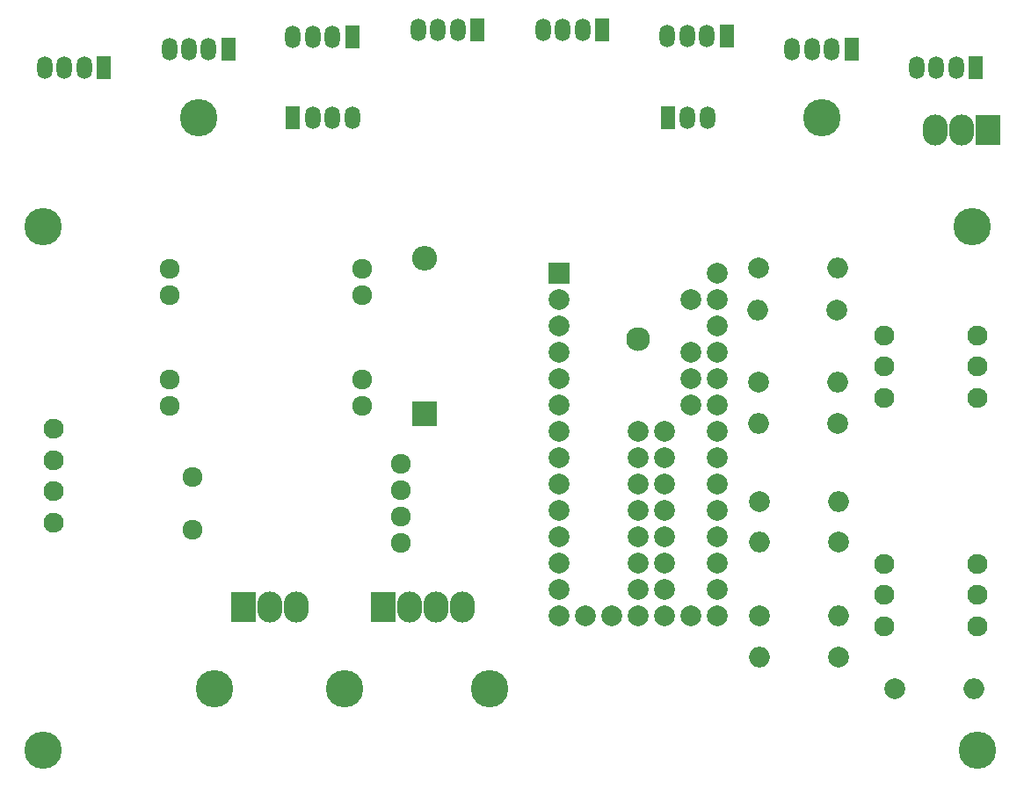
<source format=gbs>
G04 #@! TF.FileFunction,Soldermask,Bot*
%FSLAX46Y46*%
G04 Gerber Fmt 4.6, Leading zero omitted, Abs format (unit mm)*
G04 Created by KiCad (PCBNEW 4.0.7) date 06/03/18 23:49:29*
%MOMM*%
%LPD*%
G01*
G04 APERTURE LIST*
%ADD10C,0.100000*%
%ADD11C,3.600000*%
%ADD12C,1.924000*%
%ADD13R,2.400000X2.400000*%
%ADD14O,2.400000X2.400000*%
%ADD15C,2.000000*%
%ADD16R,2.000000X2.000000*%
%ADD17C,2.300000*%
%ADD18R,1.470000X2.200000*%
%ADD19O,1.470000X2.200000*%
%ADD20C,1.930000*%
%ADD21R,2.400000X3.000000*%
%ADD22O,2.400000X3.000000*%
%ADD23O,2.000000X2.000000*%
G04 APERTURE END LIST*
D10*
D11*
X21500000Y-69500000D03*
X34000000Y-69500000D03*
X48000000Y-69500000D03*
X95000000Y-75500000D03*
X5000000Y-75500000D03*
X5000000Y-25000000D03*
X94500000Y-25000000D03*
X80000000Y-14500000D03*
D12*
X39420000Y-55450000D03*
X39420000Y-52910000D03*
X39420000Y-50370000D03*
X39420000Y-47830000D03*
X19420000Y-54180000D03*
X19420000Y-49100000D03*
D13*
X41770000Y-43030000D03*
D14*
X41770000Y-28030000D03*
D12*
X35691000Y-39704000D03*
X35691000Y-42244000D03*
X35691000Y-29036000D03*
X35691000Y-31576000D03*
X17149000Y-39704000D03*
X17149000Y-31576000D03*
X17149000Y-42244000D03*
X17149000Y-29036000D03*
D15*
X62340000Y-62500000D03*
X64880000Y-62500000D03*
X67420000Y-62500000D03*
X69960000Y-62500000D03*
X59800000Y-62500000D03*
X57260000Y-62500000D03*
X54720000Y-62500000D03*
X69960000Y-59960000D03*
X69960000Y-57420000D03*
X69960000Y-54880000D03*
X69960000Y-52340000D03*
X69960000Y-49800000D03*
X69960000Y-47260000D03*
X69960000Y-44720000D03*
X69960000Y-42180000D03*
X69960000Y-39640000D03*
X69960000Y-37100000D03*
X69960000Y-34560000D03*
X69960000Y-32020000D03*
X69960000Y-29480000D03*
X67420000Y-32020000D03*
X67420000Y-37100000D03*
X67420000Y-39640000D03*
X67420000Y-42180000D03*
X54720000Y-59960000D03*
X54720000Y-57420000D03*
X54720000Y-54880000D03*
X54720000Y-52340000D03*
X54720000Y-49800000D03*
X54720000Y-47260000D03*
X54720000Y-44720000D03*
X54720000Y-42180000D03*
X54720000Y-39640000D03*
X54720000Y-37100000D03*
X54720000Y-34560000D03*
X54720000Y-32020000D03*
D16*
X54720000Y-29480000D03*
D15*
X62340000Y-44720000D03*
X62340000Y-47260000D03*
X62340000Y-49800000D03*
X62340000Y-52340000D03*
X62340000Y-54880000D03*
X62340000Y-57420000D03*
X62340000Y-59960000D03*
X64880000Y-59960000D03*
X64880000Y-57420000D03*
X64880000Y-54880000D03*
X64880000Y-52340000D03*
X64880000Y-49800000D03*
X64880000Y-47260000D03*
X64880000Y-44720000D03*
D17*
X62340000Y-35830000D03*
D18*
X94850000Y-9710000D03*
D19*
X92950000Y-9710000D03*
X91050000Y-9710000D03*
X89150000Y-9710000D03*
D18*
X82850000Y-7870000D03*
D19*
X80950000Y-7870000D03*
X79050000Y-7870000D03*
X77150000Y-7870000D03*
D18*
X70840000Y-6670000D03*
D19*
X68940000Y-6670000D03*
X67040000Y-6670000D03*
X65140000Y-6670000D03*
D18*
X58850000Y-6060000D03*
D19*
X56950000Y-6060000D03*
X55050000Y-6060000D03*
X53150000Y-6060000D03*
D18*
X46850000Y-6070000D03*
D19*
X44950000Y-6070000D03*
X43050000Y-6070000D03*
X41150000Y-6070000D03*
D18*
X34780000Y-6690000D03*
D19*
X32880000Y-6690000D03*
X30980000Y-6690000D03*
X29080000Y-6690000D03*
D18*
X22850000Y-7870000D03*
D19*
X20950000Y-7870000D03*
X19050000Y-7870000D03*
X17150000Y-7870000D03*
D18*
X10850000Y-9670000D03*
D19*
X8950000Y-9670000D03*
X7050000Y-9670000D03*
X5150000Y-9670000D03*
D18*
X29060000Y-14500000D03*
D19*
X30960000Y-14500000D03*
X32860000Y-14500000D03*
X34760000Y-14500000D03*
D18*
X65170000Y-14510000D03*
D19*
X67070000Y-14510000D03*
X68970000Y-14510000D03*
D11*
X20000000Y-14500000D03*
D20*
X6000000Y-44500000D03*
X6000000Y-47500000D03*
X6000000Y-50500000D03*
X6000000Y-53500000D03*
X95000000Y-35500000D03*
X95000000Y-38500000D03*
X95000000Y-41500000D03*
X86000000Y-35500000D03*
X86000000Y-38500000D03*
X86000000Y-41500000D03*
X95000000Y-57500000D03*
X95000000Y-60500000D03*
X95000000Y-63500000D03*
X86000000Y-57500000D03*
X86000000Y-60500000D03*
X86000000Y-63500000D03*
D21*
X24340000Y-61640000D03*
D22*
X26880000Y-61640000D03*
X29420000Y-61640000D03*
D21*
X95989999Y-15710000D03*
D22*
X93449999Y-15710000D03*
X90909999Y-15710000D03*
D21*
X37800000Y-61640000D03*
D22*
X40340000Y-61640000D03*
X42880000Y-61640000D03*
X45420000Y-61640000D03*
D15*
X73880000Y-40000000D03*
D23*
X81500000Y-40000000D03*
D15*
X81500000Y-44000000D03*
D23*
X73880000Y-44000000D03*
D15*
X74000000Y-62500000D03*
D23*
X81620000Y-62500000D03*
D15*
X81620000Y-66500000D03*
D23*
X74000000Y-66500000D03*
D15*
X74000000Y-51500000D03*
D23*
X81620000Y-51500000D03*
D15*
X81620000Y-55430000D03*
D23*
X74000000Y-55430000D03*
D15*
X73880000Y-29000000D03*
D23*
X81500000Y-29000000D03*
D15*
X81490000Y-33030000D03*
D23*
X73870000Y-33030000D03*
D15*
X87000000Y-69500000D03*
D23*
X94620000Y-69500000D03*
M02*

</source>
